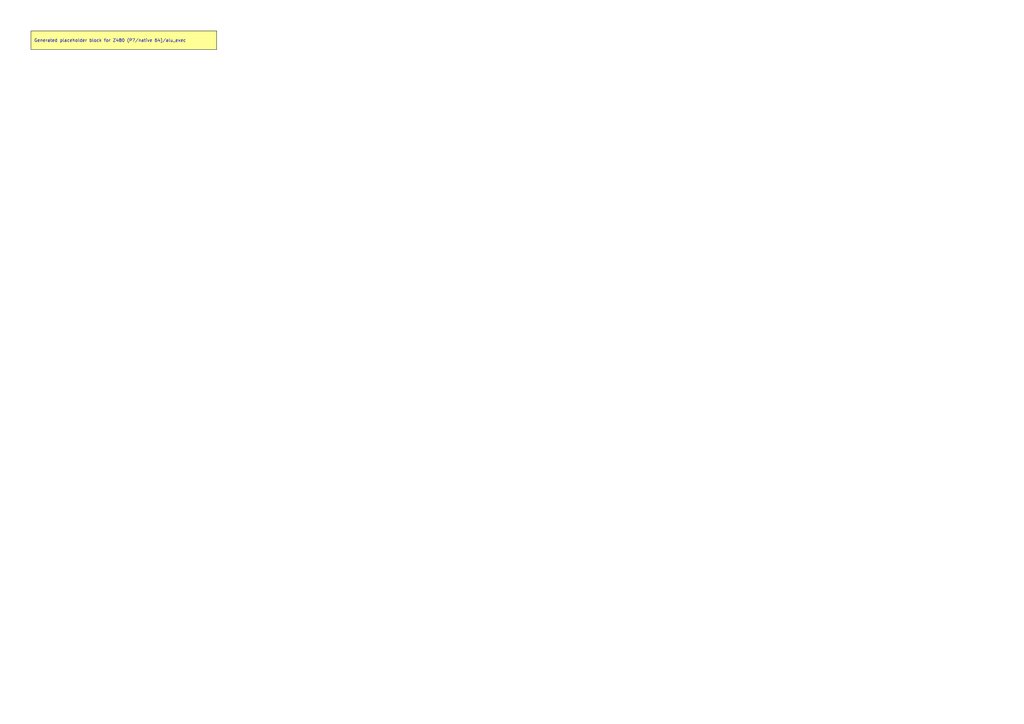
<source format=kicad_sch>
(kicad_sch
	(version 20250114)
	(generator "kicadgen")
	(generator_version "0.2")
	(uuid "a13884cd-bd04-5f7b-b090-2c34278707e6")
	(paper "A3")
	(title_block
		(title "Z480 (P7/native 64)::alu_exec")
		(company "Project Carbon")
		(comment 1 "Generated - do not edit in generated/")
		(comment 2 "Edit in schem/kicad9/manual/ or refine mapping specs")
	)
	(lib_symbols)
	(text_box
		"Generated placeholder block for Z480 (P7/native 64)/alu_exec"
		(exclude_from_sim no)
		(at
			12.7
			12.7
			0
		)
		(size 76.2 7.62)
		(margins
			1.27
			1.27
			1.27
			1.27
		)
		(stroke
			(width 0)
			(type default)
			(color
				0
				0
				0
				1
			)
		)
		(fill
			(type color)
			(color
				255
				255
				150
				1
			)
		)
		(effects
			(font
				(size 1.27 1.27)
			)
			(justify left)
		)
		(uuid "c2fd7386-eb12-5f59-a09b-aaba05b8140f")
	)
	(sheet_instances
		(path
			"/"
			(page "1")
		)
	)
	(embedded_fonts no)
)

</source>
